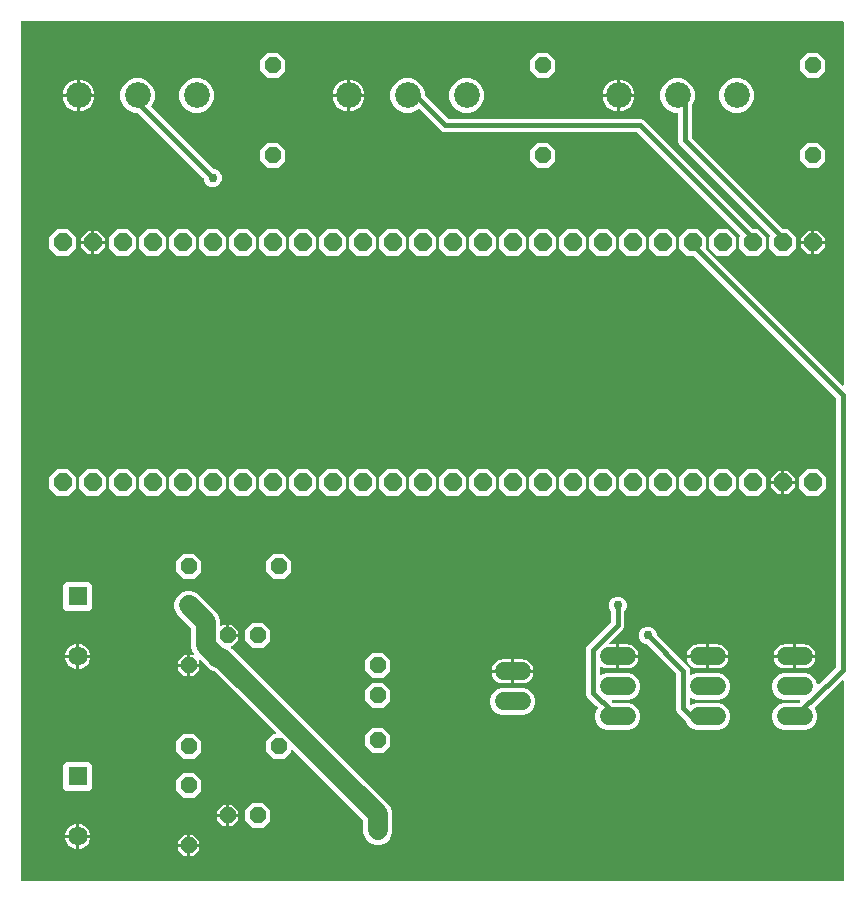
<source format=gbr>
G04 EAGLE Gerber RS-274X export*
G75*
%MOMM*%
%FSLAX34Y34*%
%LPD*%
%INBottom Copper*%
%IPPOS*%
%AMOC8*
5,1,8,0,0,1.08239X$1,22.5*%
G01*
%ADD10C,1.524000*%
%ADD11P,1.429621X8X112.500000*%
%ADD12R,1.650000X1.650000*%
%ADD13C,1.650000*%
%ADD14P,1.429621X8X292.500000*%
%ADD15C,2.184400*%
%ADD16P,1.632244X8X22.500000*%
%ADD17P,1.429621X8X202.500000*%
%ADD18P,1.429621X8X22.500000*%
%ADD19C,1.651000*%
%ADD20C,0.381000*%
%ADD21C,0.756400*%

G36*
X546120Y-322576D02*
X546120Y-322576D01*
X546139Y-322578D01*
X546241Y-322556D01*
X546343Y-322540D01*
X546360Y-322530D01*
X546380Y-322526D01*
X546469Y-322473D01*
X546560Y-322424D01*
X546574Y-322410D01*
X546591Y-322400D01*
X546658Y-322321D01*
X546730Y-322246D01*
X546738Y-322228D01*
X546751Y-322213D01*
X546790Y-322117D01*
X546833Y-322023D01*
X546835Y-322003D01*
X546843Y-321985D01*
X546861Y-321818D01*
X546861Y-152478D01*
X546850Y-152408D01*
X546848Y-152336D01*
X546830Y-152287D01*
X546822Y-152236D01*
X546788Y-152172D01*
X546763Y-152105D01*
X546731Y-152064D01*
X546706Y-152018D01*
X546655Y-151969D01*
X546610Y-151913D01*
X546566Y-151885D01*
X546528Y-151849D01*
X546463Y-151819D01*
X546403Y-151780D01*
X546352Y-151767D01*
X546305Y-151745D01*
X546234Y-151737D01*
X546164Y-151720D01*
X546112Y-151724D01*
X546061Y-151718D01*
X545990Y-151733D01*
X545919Y-151739D01*
X545871Y-151759D01*
X545820Y-151770D01*
X545759Y-151807D01*
X545693Y-151835D01*
X545637Y-151880D01*
X545609Y-151897D01*
X545594Y-151914D01*
X545562Y-151940D01*
X522472Y-175030D01*
X522460Y-175046D01*
X522445Y-175059D01*
X522389Y-175146D01*
X522328Y-175230D01*
X522323Y-175249D01*
X522312Y-175265D01*
X522286Y-175366D01*
X522256Y-175465D01*
X522257Y-175485D01*
X522252Y-175504D01*
X522260Y-175607D01*
X522262Y-175711D01*
X522269Y-175729D01*
X522271Y-175749D01*
X522311Y-175844D01*
X522347Y-175942D01*
X522359Y-175957D01*
X522367Y-175976D01*
X522472Y-176106D01*
X522770Y-176405D01*
X524511Y-180606D01*
X524511Y-185154D01*
X522770Y-189355D01*
X519555Y-192570D01*
X515354Y-194311D01*
X495566Y-194311D01*
X491365Y-192570D01*
X488150Y-189355D01*
X486409Y-185154D01*
X486409Y-180606D01*
X488150Y-176405D01*
X491365Y-173190D01*
X495566Y-171449D01*
X508492Y-171449D01*
X508582Y-171435D01*
X508673Y-171427D01*
X508703Y-171415D01*
X508735Y-171410D01*
X508816Y-171367D01*
X508899Y-171331D01*
X508932Y-171305D01*
X508952Y-171294D01*
X508974Y-171271D01*
X509030Y-171226D01*
X510046Y-170210D01*
X510088Y-170152D01*
X510138Y-170100D01*
X510160Y-170053D01*
X510190Y-170011D01*
X510211Y-169942D01*
X510241Y-169877D01*
X510247Y-169825D01*
X510262Y-169775D01*
X510261Y-169704D01*
X510268Y-169633D01*
X510257Y-169582D01*
X510256Y-169530D01*
X510231Y-169462D01*
X510216Y-169392D01*
X510189Y-169348D01*
X510172Y-169299D01*
X510127Y-169243D01*
X510090Y-169181D01*
X510050Y-169147D01*
X510018Y-169107D01*
X509958Y-169068D01*
X509903Y-169021D01*
X509855Y-169002D01*
X509811Y-168974D01*
X509741Y-168956D01*
X509675Y-168929D01*
X509604Y-168921D01*
X509572Y-168913D01*
X509549Y-168915D01*
X509508Y-168911D01*
X495566Y-168911D01*
X491365Y-167170D01*
X488150Y-163955D01*
X486409Y-159754D01*
X486409Y-155206D01*
X488150Y-151005D01*
X491365Y-147790D01*
X495566Y-146049D01*
X515354Y-146049D01*
X519555Y-147790D01*
X522770Y-151005D01*
X524549Y-155298D01*
X524573Y-155337D01*
X524589Y-155380D01*
X524637Y-155441D01*
X524678Y-155507D01*
X524714Y-155536D01*
X524742Y-155572D01*
X524808Y-155614D01*
X524868Y-155664D01*
X524911Y-155680D01*
X524949Y-155705D01*
X525025Y-155724D01*
X525097Y-155752D01*
X525143Y-155754D01*
X525188Y-155765D01*
X525265Y-155759D01*
X525343Y-155762D01*
X525387Y-155750D01*
X525433Y-155746D01*
X525505Y-155716D01*
X525579Y-155694D01*
X525617Y-155668D01*
X525659Y-155650D01*
X525766Y-155564D01*
X525781Y-155554D01*
X525784Y-155550D01*
X525790Y-155545D01*
X540161Y-141174D01*
X540204Y-141115D01*
X540248Y-141069D01*
X540255Y-141052D01*
X540274Y-141031D01*
X540286Y-141000D01*
X540305Y-140974D01*
X540331Y-140889D01*
X540351Y-140846D01*
X540352Y-140836D01*
X540366Y-140802D01*
X540370Y-140761D01*
X540377Y-140739D01*
X540376Y-140707D01*
X540384Y-140636D01*
X540384Y86217D01*
X540381Y86235D01*
X540383Y86251D01*
X540369Y86319D01*
X540362Y86398D01*
X540350Y86428D01*
X540345Y86460D01*
X540333Y86481D01*
X540331Y86492D01*
X540302Y86541D01*
X540266Y86624D01*
X540240Y86657D01*
X540229Y86677D01*
X540208Y86698D01*
X540205Y86703D01*
X540200Y86707D01*
X540161Y86755D01*
X420050Y206866D01*
X419977Y206919D01*
X419907Y206979D01*
X419877Y206991D01*
X419851Y207010D01*
X419764Y207037D01*
X419679Y207071D01*
X419638Y207075D01*
X419616Y207082D01*
X419583Y207081D01*
X419512Y207089D01*
X414398Y207089D01*
X407749Y213738D01*
X407749Y223142D01*
X414398Y229791D01*
X423802Y229791D01*
X430451Y223142D01*
X430451Y213738D01*
X430436Y213724D01*
X430424Y213708D01*
X430409Y213695D01*
X430353Y213608D01*
X430293Y213524D01*
X430287Y213505D01*
X430276Y213488D01*
X430251Y213388D01*
X430220Y213289D01*
X430221Y213269D01*
X430216Y213250D01*
X430224Y213147D01*
X430227Y213043D01*
X430233Y213024D01*
X430235Y213004D01*
X430275Y212909D01*
X430311Y212812D01*
X430323Y212796D01*
X430331Y212778D01*
X430436Y212647D01*
X545562Y97522D01*
X545620Y97480D01*
X545672Y97430D01*
X545719Y97408D01*
X545761Y97378D01*
X545830Y97357D01*
X545895Y97327D01*
X545947Y97321D01*
X545997Y97306D01*
X546068Y97308D01*
X546139Y97300D01*
X546190Y97311D01*
X546242Y97312D01*
X546310Y97337D01*
X546380Y97352D01*
X546425Y97379D01*
X546473Y97396D01*
X546529Y97441D01*
X546591Y97478D01*
X546625Y97518D01*
X546665Y97550D01*
X546704Y97610D01*
X546751Y97665D01*
X546770Y97713D01*
X546798Y97757D01*
X546816Y97827D01*
X546843Y97893D01*
X546851Y97964D01*
X546859Y97996D01*
X546857Y98019D01*
X546861Y98060D01*
X546861Y404878D01*
X546858Y404898D01*
X546860Y404917D01*
X546838Y405019D01*
X546822Y405121D01*
X546812Y405138D01*
X546808Y405158D01*
X546755Y405247D01*
X546706Y405338D01*
X546692Y405352D01*
X546682Y405369D01*
X546603Y405436D01*
X546528Y405508D01*
X546510Y405516D01*
X546495Y405529D01*
X546399Y405568D01*
X546305Y405611D01*
X546285Y405613D01*
X546267Y405621D01*
X546100Y405639D01*
X-149098Y405639D01*
X-149118Y405636D01*
X-149137Y405638D01*
X-149239Y405616D01*
X-149341Y405600D01*
X-149358Y405590D01*
X-149378Y405586D01*
X-149467Y405533D01*
X-149558Y405484D01*
X-149572Y405470D01*
X-149589Y405460D01*
X-149656Y405381D01*
X-149728Y405306D01*
X-149736Y405288D01*
X-149749Y405273D01*
X-149788Y405177D01*
X-149831Y405083D01*
X-149833Y405063D01*
X-149841Y405045D01*
X-149859Y404878D01*
X-149859Y-321818D01*
X-149856Y-321838D01*
X-149858Y-321857D01*
X-149836Y-321959D01*
X-149820Y-322061D01*
X-149810Y-322078D01*
X-149806Y-322098D01*
X-149753Y-322187D01*
X-149704Y-322278D01*
X-149690Y-322292D01*
X-149680Y-322309D01*
X-149601Y-322376D01*
X-149526Y-322448D01*
X-149508Y-322456D01*
X-149493Y-322469D01*
X-149397Y-322508D01*
X-149303Y-322551D01*
X-149283Y-322553D01*
X-149265Y-322561D01*
X-149098Y-322579D01*
X546100Y-322579D01*
X546120Y-322576D01*
G37*
%LPC*%
G36*
X150000Y-291466D02*
X150000Y-291466D01*
X145565Y-289629D01*
X142171Y-286235D01*
X140334Y-281800D01*
X140334Y-271011D01*
X140320Y-270921D01*
X140312Y-270830D01*
X140300Y-270800D01*
X140295Y-270768D01*
X140252Y-270688D01*
X140216Y-270604D01*
X140190Y-270572D01*
X140179Y-270551D01*
X140156Y-270529D01*
X140111Y-270473D01*
X80294Y-210656D01*
X80236Y-210614D01*
X80184Y-210565D01*
X80137Y-210543D01*
X80095Y-210512D01*
X80026Y-210491D01*
X79961Y-210461D01*
X79909Y-210455D01*
X79859Y-210440D01*
X79788Y-210442D01*
X79717Y-210434D01*
X79666Y-210445D01*
X79614Y-210446D01*
X79546Y-210471D01*
X79476Y-210486D01*
X79431Y-210513D01*
X79383Y-210531D01*
X79327Y-210576D01*
X79265Y-210612D01*
X79231Y-210652D01*
X79191Y-210684D01*
X79152Y-210745D01*
X79105Y-210799D01*
X79086Y-210848D01*
X79058Y-210891D01*
X79040Y-210961D01*
X79013Y-211027D01*
X79005Y-211099D01*
X78997Y-211130D01*
X78999Y-211153D01*
X78995Y-211194D01*
X78995Y-212594D01*
X72894Y-218695D01*
X64266Y-218695D01*
X58165Y-212594D01*
X58165Y-203966D01*
X64266Y-197865D01*
X65666Y-197865D01*
X65737Y-197854D01*
X65808Y-197852D01*
X65857Y-197834D01*
X65909Y-197826D01*
X65972Y-197792D01*
X66039Y-197767D01*
X66080Y-197735D01*
X66126Y-197710D01*
X66175Y-197659D01*
X66231Y-197614D01*
X66260Y-197570D01*
X66295Y-197532D01*
X66326Y-197467D01*
X66364Y-197407D01*
X66377Y-197356D01*
X66399Y-197309D01*
X66407Y-197238D01*
X66424Y-197168D01*
X66420Y-197116D01*
X66426Y-197065D01*
X66411Y-196994D01*
X66405Y-196923D01*
X66385Y-196875D01*
X66374Y-196824D01*
X66337Y-196763D01*
X66309Y-196697D01*
X66264Y-196641D01*
X66248Y-196613D01*
X66230Y-196598D01*
X66204Y-196566D01*
X14360Y-144722D01*
X14307Y-144684D01*
X14260Y-144638D01*
X14187Y-144598D01*
X14161Y-144578D01*
X14142Y-144573D01*
X14113Y-144557D01*
X10832Y-143198D01*
X7331Y-139697D01*
X2824Y-135190D01*
X2766Y-135148D01*
X2714Y-135099D01*
X2667Y-135077D01*
X2625Y-135046D01*
X2556Y-135025D01*
X2491Y-134995D01*
X2439Y-134989D01*
X2389Y-134974D01*
X2318Y-134976D01*
X2247Y-134968D01*
X2196Y-134979D01*
X2144Y-134980D01*
X2076Y-135005D01*
X2006Y-135020D01*
X1961Y-135047D01*
X1913Y-135065D01*
X1857Y-135110D01*
X1795Y-135146D01*
X1761Y-135186D01*
X1721Y-135218D01*
X1682Y-135279D01*
X1635Y-135333D01*
X1616Y-135382D01*
X1588Y-135425D01*
X1570Y-135495D01*
X1543Y-135561D01*
X1535Y-135633D01*
X1527Y-135664D01*
X1529Y-135687D01*
X1525Y-135728D01*
X1525Y-138177D01*
X-6097Y-138177D01*
X-6097Y-130555D01*
X-3648Y-130555D01*
X-3577Y-130544D01*
X-3506Y-130542D01*
X-3457Y-130524D01*
X-3405Y-130516D01*
X-3342Y-130482D01*
X-3275Y-130457D01*
X-3234Y-130425D01*
X-3188Y-130400D01*
X-3138Y-130348D01*
X-3083Y-130304D01*
X-3055Y-130260D01*
X-3019Y-130222D01*
X-2988Y-130157D01*
X-2950Y-130097D01*
X-2937Y-130046D01*
X-2915Y-129999D01*
X-2907Y-129928D01*
X-2890Y-129858D01*
X-2894Y-129806D01*
X-2888Y-129755D01*
X-2903Y-129684D01*
X-2909Y-129613D01*
X-2929Y-129565D01*
X-2940Y-129514D01*
X-2977Y-129453D01*
X-3005Y-129387D01*
X-3050Y-129331D01*
X-3066Y-129303D01*
X-3084Y-129288D01*
X-3110Y-129256D01*
X-3498Y-128868D01*
X-5335Y-124433D01*
X-5335Y-108564D01*
X-5349Y-108474D01*
X-5357Y-108383D01*
X-5369Y-108353D01*
X-5374Y-108321D01*
X-5417Y-108241D01*
X-5453Y-108157D01*
X-5479Y-108125D01*
X-5490Y-108104D01*
X-5513Y-108082D01*
X-5558Y-108026D01*
X-17849Y-95735D01*
X-19686Y-91300D01*
X-19686Y-86500D01*
X-17849Y-82065D01*
X-14455Y-78671D01*
X-10020Y-76834D01*
X-5220Y-76834D01*
X-785Y-78671D01*
X13459Y-92915D01*
X16960Y-96416D01*
X18797Y-100851D01*
X18797Y-106133D01*
X18808Y-106204D01*
X18810Y-106275D01*
X18828Y-106324D01*
X18836Y-106376D01*
X18870Y-106439D01*
X18895Y-106506D01*
X18927Y-106547D01*
X18952Y-106593D01*
X19004Y-106642D01*
X19048Y-106698D01*
X19092Y-106727D01*
X19130Y-106762D01*
X19195Y-106793D01*
X19255Y-106831D01*
X19306Y-106844D01*
X19353Y-106866D01*
X19424Y-106874D01*
X19494Y-106891D01*
X19546Y-106887D01*
X19597Y-106893D01*
X19668Y-106878D01*
X19739Y-106872D01*
X19787Y-106852D01*
X19838Y-106841D01*
X19899Y-106804D01*
X19965Y-106776D01*
X20021Y-106731D01*
X20049Y-106715D01*
X20064Y-106697D01*
X20096Y-106671D01*
X21612Y-105155D01*
X23877Y-105155D01*
X23877Y-113538D01*
X23880Y-113558D01*
X23878Y-113577D01*
X23900Y-113679D01*
X23917Y-113781D01*
X23926Y-113798D01*
X23930Y-113818D01*
X23983Y-113907D01*
X24032Y-113998D01*
X24046Y-114012D01*
X24056Y-114029D01*
X24135Y-114096D01*
X24210Y-114167D01*
X24228Y-114176D01*
X24243Y-114189D01*
X24339Y-114227D01*
X24433Y-114271D01*
X24453Y-114273D01*
X24471Y-114281D01*
X24638Y-114299D01*
X25401Y-114299D01*
X25401Y-115062D01*
X25404Y-115082D01*
X25402Y-115101D01*
X25424Y-115203D01*
X25441Y-115305D01*
X25450Y-115322D01*
X25454Y-115342D01*
X25507Y-115431D01*
X25556Y-115522D01*
X25570Y-115536D01*
X25580Y-115553D01*
X25659Y-115620D01*
X25734Y-115691D01*
X25752Y-115700D01*
X25767Y-115713D01*
X25863Y-115752D01*
X25957Y-115795D01*
X25977Y-115797D01*
X25995Y-115805D01*
X26162Y-115823D01*
X34545Y-115823D01*
X34545Y-118088D01*
X29188Y-123445D01*
X29048Y-123445D01*
X28977Y-123456D01*
X28906Y-123458D01*
X28857Y-123476D01*
X28805Y-123484D01*
X28742Y-123518D01*
X28675Y-123543D01*
X28634Y-123575D01*
X28588Y-123600D01*
X28539Y-123652D01*
X28483Y-123696D01*
X28454Y-123740D01*
X28419Y-123778D01*
X28388Y-123843D01*
X28350Y-123903D01*
X28337Y-123954D01*
X28315Y-124001D01*
X28307Y-124072D01*
X28290Y-124142D01*
X28294Y-124194D01*
X28288Y-124245D01*
X28303Y-124316D01*
X28309Y-124387D01*
X28329Y-124435D01*
X28340Y-124486D01*
X28377Y-124547D01*
X28405Y-124613D01*
X28450Y-124669D01*
X28466Y-124697D01*
X28484Y-124712D01*
X28510Y-124744D01*
X159128Y-255362D01*
X162629Y-258863D01*
X164466Y-263298D01*
X164466Y-281800D01*
X162629Y-286235D01*
X159235Y-289629D01*
X154800Y-291466D01*
X150000Y-291466D01*
G37*
%LPD*%
%LPC*%
G36*
X465198Y207089D02*
X465198Y207089D01*
X458549Y213738D01*
X458549Y223142D01*
X459199Y223791D01*
X459211Y223807D01*
X459226Y223820D01*
X459282Y223907D01*
X459342Y223991D01*
X459348Y224010D01*
X459359Y224027D01*
X459384Y224127D01*
X459415Y224226D01*
X459414Y224246D01*
X459419Y224265D01*
X459411Y224368D01*
X459408Y224472D01*
X459402Y224491D01*
X459400Y224511D01*
X459360Y224605D01*
X459324Y224703D01*
X459311Y224719D01*
X459304Y224737D01*
X459199Y224868D01*
X372505Y311561D01*
X372431Y311614D01*
X372362Y311674D01*
X372332Y311686D01*
X372306Y311705D01*
X372219Y311732D01*
X372134Y311766D01*
X372093Y311770D01*
X372071Y311777D01*
X372038Y311776D01*
X371967Y311784D01*
X208413Y311784D01*
X206312Y312654D01*
X187889Y331077D01*
X187873Y331089D01*
X187861Y331105D01*
X187773Y331161D01*
X187690Y331221D01*
X187671Y331227D01*
X187654Y331238D01*
X187553Y331263D01*
X187454Y331293D01*
X187435Y331293D01*
X187415Y331298D01*
X187312Y331290D01*
X187209Y331287D01*
X187190Y331280D01*
X187170Y331279D01*
X187075Y331238D01*
X186978Y331203D01*
X186962Y331190D01*
X186944Y331182D01*
X186813Y331077D01*
X186145Y330410D01*
X180731Y328167D01*
X174869Y328167D01*
X169455Y330410D01*
X165310Y334555D01*
X163067Y339969D01*
X163067Y345831D01*
X165310Y351245D01*
X169455Y355390D01*
X174869Y357633D01*
X180731Y357633D01*
X186145Y355390D01*
X190290Y351245D01*
X192533Y345831D01*
X192533Y342916D01*
X192547Y342826D01*
X192555Y342735D01*
X192567Y342705D01*
X192572Y342673D01*
X192615Y342592D01*
X192651Y342509D01*
X192677Y342476D01*
X192688Y342456D01*
X192711Y342434D01*
X192756Y342378D01*
X211695Y323439D01*
X211769Y323386D01*
X211838Y323326D01*
X211868Y323314D01*
X211894Y323295D01*
X211981Y323268D01*
X212066Y323234D01*
X212107Y323230D01*
X212129Y323223D01*
X212162Y323224D01*
X212233Y323216D01*
X375787Y323216D01*
X377888Y322346D01*
X470220Y230014D01*
X470294Y229961D01*
X470363Y229901D01*
X470393Y229889D01*
X470419Y229870D01*
X470506Y229843D01*
X470591Y229809D01*
X470632Y229805D01*
X470654Y229798D01*
X470687Y229799D01*
X470758Y229791D01*
X474602Y229791D01*
X481251Y223142D01*
X481251Y213738D01*
X474602Y207089D01*
X465198Y207089D01*
G37*
%LPD*%
%LPC*%
G36*
X345706Y-194311D02*
X345706Y-194311D01*
X341505Y-192570D01*
X338290Y-189355D01*
X336549Y-185154D01*
X336549Y-180606D01*
X338290Y-176405D01*
X338588Y-176106D01*
X338600Y-176090D01*
X338615Y-176078D01*
X338671Y-175991D01*
X338732Y-175907D01*
X338737Y-175888D01*
X338748Y-175871D01*
X338774Y-175771D01*
X338804Y-175672D01*
X338803Y-175652D01*
X338808Y-175632D01*
X338800Y-175529D01*
X338798Y-175426D01*
X338791Y-175407D01*
X338789Y-175387D01*
X338749Y-175292D01*
X338713Y-175195D01*
X338701Y-175179D01*
X338693Y-175161D01*
X338588Y-175030D01*
X337504Y-173946D01*
X329799Y-166241D01*
X328929Y-164140D01*
X328929Y-125420D01*
X329799Y-123319D01*
X349661Y-103457D01*
X349714Y-103383D01*
X349774Y-103313D01*
X349786Y-103283D01*
X349805Y-103257D01*
X349832Y-103170D01*
X349866Y-103085D01*
X349870Y-103044D01*
X349877Y-103022D01*
X349876Y-102990D01*
X349884Y-102919D01*
X349884Y-94237D01*
X349870Y-94147D01*
X349862Y-94056D01*
X349850Y-94027D01*
X349845Y-93995D01*
X349802Y-93914D01*
X349766Y-93830D01*
X349740Y-93798D01*
X349729Y-93777D01*
X349706Y-93755D01*
X349661Y-93699D01*
X349163Y-93201D01*
X348007Y-90410D01*
X348007Y-87390D01*
X349163Y-84599D01*
X351299Y-82463D01*
X354090Y-81307D01*
X357110Y-81307D01*
X359901Y-82463D01*
X362037Y-84599D01*
X363193Y-87390D01*
X363193Y-90410D01*
X362037Y-93201D01*
X361539Y-93699D01*
X361492Y-93764D01*
X361481Y-93776D01*
X361478Y-93782D01*
X361426Y-93842D01*
X361414Y-93873D01*
X361395Y-93899D01*
X361368Y-93986D01*
X361334Y-94071D01*
X361330Y-94112D01*
X361323Y-94134D01*
X361324Y-94166D01*
X361316Y-94237D01*
X361316Y-106738D01*
X360446Y-108839D01*
X348665Y-120620D01*
X348623Y-120678D01*
X348574Y-120730D01*
X348552Y-120777D01*
X348521Y-120819D01*
X348500Y-120888D01*
X348470Y-120953D01*
X348464Y-121005D01*
X348449Y-121055D01*
X348451Y-121126D01*
X348443Y-121197D01*
X348454Y-121248D01*
X348455Y-121300D01*
X348480Y-121368D01*
X348495Y-121438D01*
X348522Y-121483D01*
X348540Y-121531D01*
X348585Y-121587D01*
X348621Y-121649D01*
X348661Y-121683D01*
X348694Y-121723D01*
X348754Y-121762D01*
X348808Y-121809D01*
X348857Y-121828D01*
X348900Y-121856D01*
X348970Y-121874D01*
X349037Y-121901D01*
X349108Y-121909D01*
X349139Y-121917D01*
X349162Y-121915D01*
X349203Y-121919D01*
X354077Y-121919D01*
X354077Y-131318D01*
X354080Y-131338D01*
X354078Y-131357D01*
X354100Y-131459D01*
X354117Y-131561D01*
X354126Y-131578D01*
X354130Y-131598D01*
X354183Y-131687D01*
X354232Y-131778D01*
X354246Y-131792D01*
X354256Y-131809D01*
X354335Y-131876D01*
X354410Y-131947D01*
X354428Y-131956D01*
X354443Y-131969D01*
X354539Y-132007D01*
X354633Y-132051D01*
X354653Y-132053D01*
X354671Y-132061D01*
X354838Y-132079D01*
X355601Y-132079D01*
X355601Y-132081D01*
X354838Y-132081D01*
X354818Y-132084D01*
X354799Y-132082D01*
X354697Y-132104D01*
X354595Y-132121D01*
X354578Y-132130D01*
X354558Y-132134D01*
X354469Y-132187D01*
X354378Y-132236D01*
X354364Y-132250D01*
X354347Y-132260D01*
X354280Y-132339D01*
X354209Y-132414D01*
X354200Y-132432D01*
X354187Y-132447D01*
X354148Y-132543D01*
X354105Y-132637D01*
X354103Y-132657D01*
X354095Y-132675D01*
X354077Y-132842D01*
X354077Y-142241D01*
X347180Y-142241D01*
X345601Y-141991D01*
X344080Y-141496D01*
X342655Y-140770D01*
X341569Y-139982D01*
X341559Y-139976D01*
X341550Y-139968D01*
X341449Y-139921D01*
X341350Y-139871D01*
X341338Y-139870D01*
X341327Y-139865D01*
X341216Y-139852D01*
X341106Y-139837D01*
X341094Y-139839D01*
X341083Y-139837D01*
X340974Y-139861D01*
X340864Y-139881D01*
X340854Y-139887D01*
X340842Y-139890D01*
X340746Y-139947D01*
X340649Y-140001D01*
X340641Y-140010D01*
X340631Y-140016D01*
X340559Y-140101D01*
X340484Y-140183D01*
X340479Y-140194D01*
X340471Y-140203D01*
X340429Y-140306D01*
X340385Y-140408D01*
X340384Y-140420D01*
X340379Y-140431D01*
X340361Y-140598D01*
X340361Y-147124D01*
X340368Y-147169D01*
X340366Y-147215D01*
X340388Y-147290D01*
X340400Y-147367D01*
X340422Y-147407D01*
X340435Y-147452D01*
X340479Y-147516D01*
X340516Y-147584D01*
X340549Y-147616D01*
X340575Y-147654D01*
X340638Y-147700D01*
X340694Y-147754D01*
X340736Y-147773D01*
X340772Y-147800D01*
X340846Y-147825D01*
X340917Y-147857D01*
X340963Y-147862D01*
X341006Y-147877D01*
X341084Y-147876D01*
X341161Y-147884D01*
X341206Y-147875D01*
X341252Y-147874D01*
X341384Y-147836D01*
X341402Y-147832D01*
X341406Y-147830D01*
X341413Y-147828D01*
X345706Y-146049D01*
X365494Y-146049D01*
X369695Y-147790D01*
X372910Y-151005D01*
X374651Y-155206D01*
X374651Y-159754D01*
X372910Y-163955D01*
X369695Y-167170D01*
X365494Y-168911D01*
X351552Y-168911D01*
X351481Y-168922D01*
X351409Y-168924D01*
X351360Y-168942D01*
X351309Y-168950D01*
X351246Y-168984D01*
X351178Y-169009D01*
X351138Y-169041D01*
X351092Y-169066D01*
X351042Y-169118D01*
X350986Y-169162D01*
X350958Y-169206D01*
X350922Y-169244D01*
X350892Y-169309D01*
X350853Y-169369D01*
X350841Y-169420D01*
X350819Y-169467D01*
X350811Y-169538D01*
X350793Y-169608D01*
X350797Y-169660D01*
X350792Y-169711D01*
X350807Y-169782D01*
X350812Y-169853D01*
X350833Y-169901D01*
X350844Y-169952D01*
X350881Y-170013D01*
X350909Y-170079D01*
X350954Y-170135D01*
X350970Y-170163D01*
X350988Y-170178D01*
X351014Y-170210D01*
X352030Y-171226D01*
X352104Y-171279D01*
X352173Y-171339D01*
X352203Y-171351D01*
X352229Y-171370D01*
X352316Y-171397D01*
X352401Y-171431D01*
X352442Y-171435D01*
X352464Y-171442D01*
X352497Y-171441D01*
X352568Y-171449D01*
X365494Y-171449D01*
X369695Y-173190D01*
X372910Y-176405D01*
X374651Y-180606D01*
X374651Y-185154D01*
X372910Y-189355D01*
X369695Y-192570D01*
X365494Y-194311D01*
X345706Y-194311D01*
G37*
%LPD*%
%LPC*%
G36*
X490598Y207089D02*
X490598Y207089D01*
X483949Y213738D01*
X483949Y223142D01*
X484599Y223791D01*
X484611Y223807D01*
X484626Y223820D01*
X484682Y223907D01*
X484742Y223991D01*
X484748Y224010D01*
X484759Y224027D01*
X484784Y224127D01*
X484815Y224226D01*
X484814Y224246D01*
X484819Y224265D01*
X484811Y224368D01*
X484808Y224472D01*
X484802Y224491D01*
X484800Y224511D01*
X484760Y224605D01*
X484724Y224703D01*
X484711Y224719D01*
X484704Y224737D01*
X484599Y224868D01*
X407904Y301562D01*
X407034Y303663D01*
X407034Y327406D01*
X407031Y327426D01*
X407033Y327445D01*
X407011Y327547D01*
X406995Y327649D01*
X406985Y327666D01*
X406981Y327686D01*
X406928Y327775D01*
X406879Y327866D01*
X406865Y327880D01*
X406855Y327897D01*
X406776Y327964D01*
X406701Y328036D01*
X406683Y328044D01*
X406668Y328057D01*
X406572Y328096D01*
X406478Y328139D01*
X406458Y328141D01*
X406440Y328149D01*
X406273Y328167D01*
X403469Y328167D01*
X398055Y330410D01*
X393910Y334555D01*
X391667Y339969D01*
X391667Y345831D01*
X393910Y351245D01*
X398055Y355390D01*
X403469Y357633D01*
X409331Y357633D01*
X414745Y355390D01*
X418890Y351245D01*
X421133Y345831D01*
X421133Y339969D01*
X418890Y334555D01*
X418689Y334353D01*
X418636Y334280D01*
X418576Y334210D01*
X418564Y334180D01*
X418545Y334154D01*
X418518Y334067D01*
X418484Y333982D01*
X418480Y333941D01*
X418473Y333919D01*
X418474Y333886D01*
X418466Y333815D01*
X418466Y307483D01*
X418480Y307393D01*
X418488Y307302D01*
X418500Y307272D01*
X418505Y307240D01*
X418548Y307159D01*
X418584Y307076D01*
X418610Y307043D01*
X418621Y307023D01*
X418644Y307001D01*
X418689Y306945D01*
X495620Y230014D01*
X495694Y229961D01*
X495763Y229901D01*
X495793Y229889D01*
X495819Y229870D01*
X495906Y229843D01*
X495991Y229809D01*
X496032Y229805D01*
X496054Y229798D01*
X496087Y229799D01*
X496158Y229791D01*
X500002Y229791D01*
X506651Y223142D01*
X506651Y213738D01*
X500002Y207089D01*
X490598Y207089D01*
G37*
%LPD*%
%LPC*%
G36*
X421906Y-194311D02*
X421906Y-194311D01*
X417705Y-192570D01*
X414490Y-189355D01*
X413323Y-186538D01*
X413288Y-186482D01*
X413262Y-186422D01*
X413211Y-186357D01*
X413193Y-186329D01*
X413178Y-186316D01*
X413158Y-186291D01*
X405999Y-179133D01*
X405129Y-177032D01*
X405129Y-146828D01*
X405115Y-146738D01*
X405107Y-146647D01*
X405095Y-146617D01*
X405090Y-146585D01*
X405047Y-146504D01*
X405011Y-146421D01*
X404985Y-146388D01*
X404974Y-146368D01*
X404951Y-146346D01*
X404906Y-146290D01*
X380732Y-122116D01*
X380658Y-122063D01*
X380589Y-122003D01*
X380559Y-121991D01*
X380533Y-121972D01*
X380446Y-121945D01*
X380361Y-121911D01*
X380320Y-121907D01*
X380298Y-121900D01*
X380265Y-121901D01*
X380194Y-121893D01*
X379490Y-121893D01*
X376699Y-120737D01*
X374563Y-118601D01*
X373407Y-115810D01*
X373407Y-112790D01*
X374563Y-109999D01*
X376699Y-107863D01*
X379490Y-106707D01*
X382510Y-106707D01*
X385301Y-107863D01*
X387437Y-109999D01*
X388593Y-112790D01*
X388593Y-113494D01*
X388607Y-113584D01*
X388615Y-113675D01*
X388627Y-113705D01*
X388632Y-113737D01*
X388675Y-113818D01*
X388711Y-113901D01*
X388737Y-113934D01*
X388748Y-113954D01*
X388771Y-113976D01*
X388816Y-114032D01*
X415691Y-140907D01*
X416561Y-143008D01*
X416561Y-147124D01*
X416568Y-147169D01*
X416566Y-147215D01*
X416588Y-147290D01*
X416600Y-147367D01*
X416622Y-147407D01*
X416635Y-147452D01*
X416679Y-147516D01*
X416716Y-147584D01*
X416749Y-147616D01*
X416775Y-147654D01*
X416838Y-147700D01*
X416894Y-147754D01*
X416936Y-147773D01*
X416972Y-147800D01*
X417046Y-147825D01*
X417117Y-147857D01*
X417163Y-147862D01*
X417206Y-147877D01*
X417284Y-147876D01*
X417361Y-147884D01*
X417406Y-147875D01*
X417452Y-147874D01*
X417584Y-147836D01*
X417602Y-147832D01*
X417606Y-147830D01*
X417613Y-147828D01*
X421906Y-146049D01*
X441694Y-146049D01*
X445895Y-147790D01*
X449110Y-151005D01*
X450851Y-155206D01*
X450851Y-159754D01*
X449110Y-163955D01*
X445895Y-167170D01*
X441694Y-168911D01*
X421906Y-168911D01*
X417613Y-167132D01*
X417569Y-167122D01*
X417527Y-167103D01*
X417450Y-167094D01*
X417374Y-167076D01*
X417328Y-167081D01*
X417283Y-167076D01*
X417206Y-167092D01*
X417129Y-167099D01*
X417087Y-167118D01*
X417042Y-167128D01*
X416975Y-167168D01*
X416904Y-167199D01*
X416870Y-167230D01*
X416831Y-167254D01*
X416780Y-167313D01*
X416723Y-167366D01*
X416701Y-167406D01*
X416671Y-167441D01*
X416642Y-167513D01*
X416605Y-167581D01*
X416596Y-167626D01*
X416579Y-167669D01*
X416564Y-167805D01*
X416561Y-167823D01*
X416562Y-167828D01*
X416561Y-167836D01*
X416561Y-172524D01*
X416568Y-172569D01*
X416566Y-172615D01*
X416588Y-172690D01*
X416600Y-172767D01*
X416622Y-172807D01*
X416635Y-172852D01*
X416679Y-172916D01*
X416716Y-172984D01*
X416749Y-173016D01*
X416775Y-173054D01*
X416838Y-173100D01*
X416894Y-173154D01*
X416936Y-173173D01*
X416972Y-173200D01*
X417046Y-173225D01*
X417117Y-173257D01*
X417163Y-173262D01*
X417206Y-173277D01*
X417284Y-173276D01*
X417361Y-173284D01*
X417406Y-173275D01*
X417452Y-173274D01*
X417584Y-173236D01*
X417602Y-173232D01*
X417606Y-173230D01*
X417613Y-173228D01*
X421906Y-171449D01*
X441694Y-171449D01*
X445895Y-173190D01*
X449110Y-176405D01*
X450851Y-180606D01*
X450851Y-185154D01*
X449110Y-189355D01*
X445895Y-192570D01*
X441694Y-194311D01*
X421906Y-194311D01*
G37*
%LPD*%
%LPC*%
G36*
X11190Y265457D02*
X11190Y265457D01*
X8399Y266613D01*
X6263Y268749D01*
X5107Y271540D01*
X5107Y272244D01*
X5093Y272334D01*
X5085Y272425D01*
X5073Y272455D01*
X5068Y272487D01*
X5025Y272568D01*
X4989Y272651D01*
X4963Y272684D01*
X4952Y272704D01*
X4929Y272726D01*
X4884Y272782D01*
X-50278Y327944D01*
X-50352Y327997D01*
X-50421Y328057D01*
X-50451Y328069D01*
X-50477Y328088D01*
X-50564Y328115D01*
X-50649Y328149D01*
X-50690Y328153D01*
X-50712Y328160D01*
X-50745Y328159D01*
X-50816Y328167D01*
X-53731Y328167D01*
X-59145Y330410D01*
X-63290Y334555D01*
X-65533Y339969D01*
X-65533Y345831D01*
X-63290Y351245D01*
X-59145Y355390D01*
X-53731Y357633D01*
X-47869Y357633D01*
X-42455Y355390D01*
X-38310Y351245D01*
X-36067Y345831D01*
X-36067Y339969D01*
X-38310Y334555D01*
X-38977Y333887D01*
X-38989Y333871D01*
X-39005Y333859D01*
X-39061Y333771D01*
X-39121Y333688D01*
X-39127Y333669D01*
X-39138Y333652D01*
X-39163Y333551D01*
X-39193Y333452D01*
X-39193Y333433D01*
X-39198Y333413D01*
X-39190Y333310D01*
X-39187Y333207D01*
X-39180Y333188D01*
X-39179Y333168D01*
X-39138Y333073D01*
X-39103Y332976D01*
X-39090Y332960D01*
X-39082Y332942D01*
X-38977Y332811D01*
X12968Y280866D01*
X13042Y280813D01*
X13111Y280753D01*
X13141Y280741D01*
X13167Y280722D01*
X13254Y280695D01*
X13339Y280661D01*
X13380Y280657D01*
X13402Y280650D01*
X13435Y280651D01*
X13506Y280643D01*
X14210Y280643D01*
X17001Y279487D01*
X19137Y277351D01*
X20293Y274560D01*
X20293Y271540D01*
X19137Y268749D01*
X17001Y266613D01*
X14210Y265457D01*
X11190Y265457D01*
G37*
%LPD*%
%LPC*%
G36*
X256806Y-181611D02*
X256806Y-181611D01*
X252605Y-179870D01*
X249390Y-176655D01*
X247649Y-172454D01*
X247649Y-167906D01*
X249390Y-163705D01*
X252605Y-160490D01*
X256806Y-158749D01*
X276594Y-158749D01*
X280795Y-160490D01*
X284010Y-163705D01*
X285751Y-167906D01*
X285751Y-172454D01*
X284010Y-176655D01*
X280795Y-179870D01*
X276594Y-181611D01*
X256806Y-181611D01*
G37*
%LPD*%
%LPC*%
G36*
X224869Y328167D02*
X224869Y328167D01*
X219455Y330410D01*
X215310Y334555D01*
X213067Y339969D01*
X213067Y345831D01*
X215310Y351245D01*
X219455Y355390D01*
X224869Y357633D01*
X230731Y357633D01*
X236145Y355390D01*
X240290Y351245D01*
X242533Y345831D01*
X242533Y339969D01*
X240290Y334555D01*
X236145Y330410D01*
X230731Y328167D01*
X224869Y328167D01*
G37*
%LPD*%
%LPC*%
G36*
X453469Y328167D02*
X453469Y328167D01*
X448055Y330410D01*
X443910Y334555D01*
X441667Y339969D01*
X441667Y345831D01*
X443910Y351245D01*
X448055Y355390D01*
X453469Y357633D01*
X459331Y357633D01*
X464745Y355390D01*
X468890Y351245D01*
X471133Y345831D01*
X471133Y339969D01*
X468890Y334555D01*
X464745Y330410D01*
X459331Y328167D01*
X453469Y328167D01*
G37*
%LPD*%
%LPC*%
G36*
X-3731Y328167D02*
X-3731Y328167D01*
X-9145Y330410D01*
X-13290Y334555D01*
X-15533Y339969D01*
X-15533Y345831D01*
X-13290Y351245D01*
X-9145Y355390D01*
X-3731Y357633D01*
X2131Y357633D01*
X7545Y355390D01*
X11690Y351245D01*
X13933Y345831D01*
X13933Y339969D01*
X11690Y334555D01*
X7545Y330410D01*
X2131Y328167D01*
X-3731Y328167D01*
G37*
%LPD*%
%LPC*%
G36*
X-111428Y-93341D02*
X-111428Y-93341D01*
X-113661Y-91108D01*
X-113661Y-71452D01*
X-111428Y-69219D01*
X-91772Y-69219D01*
X-89539Y-71452D01*
X-89539Y-91108D01*
X-91772Y-93341D01*
X-111428Y-93341D01*
G37*
%LPD*%
%LPC*%
G36*
X-111428Y-245741D02*
X-111428Y-245741D01*
X-113661Y-243508D01*
X-113661Y-223852D01*
X-111428Y-221619D01*
X-91772Y-221619D01*
X-89539Y-223852D01*
X-89539Y-243508D01*
X-91772Y-245741D01*
X-111428Y-245741D01*
G37*
%LPD*%
%LPC*%
G36*
X160398Y3889D02*
X160398Y3889D01*
X153749Y10538D01*
X153749Y19942D01*
X160398Y26591D01*
X169802Y26591D01*
X176451Y19942D01*
X176451Y10538D01*
X169802Y3889D01*
X160398Y3889D01*
G37*
%LPD*%
%LPC*%
G36*
X134998Y3889D02*
X134998Y3889D01*
X128349Y10538D01*
X128349Y19942D01*
X134998Y26591D01*
X144402Y26591D01*
X151051Y19942D01*
X151051Y10538D01*
X144402Y3889D01*
X134998Y3889D01*
G37*
%LPD*%
%LPC*%
G36*
X109598Y3889D02*
X109598Y3889D01*
X102949Y10538D01*
X102949Y19942D01*
X109598Y26591D01*
X119002Y26591D01*
X125651Y19942D01*
X125651Y10538D01*
X119002Y3889D01*
X109598Y3889D01*
G37*
%LPD*%
%LPC*%
G36*
X84198Y3889D02*
X84198Y3889D01*
X77549Y10538D01*
X77549Y19942D01*
X84198Y26591D01*
X93602Y26591D01*
X100251Y19942D01*
X100251Y10538D01*
X93602Y3889D01*
X84198Y3889D01*
G37*
%LPD*%
%LPC*%
G36*
X58798Y3889D02*
X58798Y3889D01*
X52149Y10538D01*
X52149Y19942D01*
X58798Y26591D01*
X68202Y26591D01*
X74851Y19942D01*
X74851Y10538D01*
X68202Y3889D01*
X58798Y3889D01*
G37*
%LPD*%
%LPC*%
G36*
X33398Y3889D02*
X33398Y3889D01*
X26749Y10538D01*
X26749Y19942D01*
X33398Y26591D01*
X42802Y26591D01*
X49451Y19942D01*
X49451Y10538D01*
X42802Y3889D01*
X33398Y3889D01*
G37*
%LPD*%
%LPC*%
G36*
X7998Y3889D02*
X7998Y3889D01*
X1349Y10538D01*
X1349Y19942D01*
X7998Y26591D01*
X17402Y26591D01*
X24051Y19942D01*
X24051Y10538D01*
X17402Y3889D01*
X7998Y3889D01*
G37*
%LPD*%
%LPC*%
G36*
X-17402Y3889D02*
X-17402Y3889D01*
X-24051Y10538D01*
X-24051Y19942D01*
X-17402Y26591D01*
X-7998Y26591D01*
X-1349Y19942D01*
X-1349Y10538D01*
X-7998Y3889D01*
X-17402Y3889D01*
G37*
%LPD*%
%LPC*%
G36*
X-42802Y3889D02*
X-42802Y3889D01*
X-49451Y10538D01*
X-49451Y19942D01*
X-42802Y26591D01*
X-33398Y26591D01*
X-26749Y19942D01*
X-26749Y10538D01*
X-33398Y3889D01*
X-42802Y3889D01*
G37*
%LPD*%
%LPC*%
G36*
X-68202Y3889D02*
X-68202Y3889D01*
X-74851Y10538D01*
X-74851Y19942D01*
X-68202Y26591D01*
X-58798Y26591D01*
X-52149Y19942D01*
X-52149Y10538D01*
X-58798Y3889D01*
X-68202Y3889D01*
G37*
%LPD*%
%LPC*%
G36*
X-93602Y3889D02*
X-93602Y3889D01*
X-100251Y10538D01*
X-100251Y19942D01*
X-93602Y26591D01*
X-84198Y26591D01*
X-77549Y19942D01*
X-77549Y10538D01*
X-84198Y3889D01*
X-93602Y3889D01*
G37*
%LPD*%
%LPC*%
G36*
X388998Y207089D02*
X388998Y207089D01*
X382349Y213738D01*
X382349Y223142D01*
X388998Y229791D01*
X398402Y229791D01*
X405051Y223142D01*
X405051Y213738D01*
X398402Y207089D01*
X388998Y207089D01*
G37*
%LPD*%
%LPC*%
G36*
X-119002Y3889D02*
X-119002Y3889D01*
X-125651Y10538D01*
X-125651Y19942D01*
X-119002Y26591D01*
X-109598Y26591D01*
X-102949Y19942D01*
X-102949Y10538D01*
X-109598Y3889D01*
X-119002Y3889D01*
G37*
%LPD*%
%LPC*%
G36*
X515998Y3889D02*
X515998Y3889D01*
X509349Y10538D01*
X509349Y19942D01*
X515998Y26591D01*
X525402Y26591D01*
X532051Y19942D01*
X532051Y10538D01*
X525402Y3889D01*
X515998Y3889D01*
G37*
%LPD*%
%LPC*%
G36*
X465198Y3889D02*
X465198Y3889D01*
X458549Y10538D01*
X458549Y19942D01*
X465198Y26591D01*
X474602Y26591D01*
X481251Y19942D01*
X481251Y10538D01*
X474602Y3889D01*
X465198Y3889D01*
G37*
%LPD*%
%LPC*%
G36*
X439798Y3889D02*
X439798Y3889D01*
X433149Y10538D01*
X433149Y19942D01*
X439798Y26591D01*
X449202Y26591D01*
X455851Y19942D01*
X455851Y10538D01*
X449202Y3889D01*
X439798Y3889D01*
G37*
%LPD*%
%LPC*%
G36*
X414398Y3889D02*
X414398Y3889D01*
X407749Y10538D01*
X407749Y19942D01*
X414398Y26591D01*
X423802Y26591D01*
X430451Y19942D01*
X430451Y10538D01*
X423802Y3889D01*
X414398Y3889D01*
G37*
%LPD*%
%LPC*%
G36*
X388998Y3889D02*
X388998Y3889D01*
X382349Y10538D01*
X382349Y19942D01*
X388998Y26591D01*
X398402Y26591D01*
X405051Y19942D01*
X405051Y10538D01*
X398402Y3889D01*
X388998Y3889D01*
G37*
%LPD*%
%LPC*%
G36*
X363598Y3889D02*
X363598Y3889D01*
X356949Y10538D01*
X356949Y19942D01*
X363598Y26591D01*
X373002Y26591D01*
X379651Y19942D01*
X379651Y10538D01*
X373002Y3889D01*
X363598Y3889D01*
G37*
%LPD*%
%LPC*%
G36*
X338198Y3889D02*
X338198Y3889D01*
X331549Y10538D01*
X331549Y19942D01*
X338198Y26591D01*
X347602Y26591D01*
X354251Y19942D01*
X354251Y10538D01*
X347602Y3889D01*
X338198Y3889D01*
G37*
%LPD*%
%LPC*%
G36*
X312798Y3889D02*
X312798Y3889D01*
X306149Y10538D01*
X306149Y19942D01*
X312798Y26591D01*
X322202Y26591D01*
X328851Y19942D01*
X328851Y10538D01*
X322202Y3889D01*
X312798Y3889D01*
G37*
%LPD*%
%LPC*%
G36*
X185798Y207089D02*
X185798Y207089D01*
X179149Y213738D01*
X179149Y223142D01*
X185798Y229791D01*
X195202Y229791D01*
X201851Y223142D01*
X201851Y213738D01*
X195202Y207089D01*
X185798Y207089D01*
G37*
%LPD*%
%LPC*%
G36*
X236598Y207089D02*
X236598Y207089D01*
X229949Y213738D01*
X229949Y223142D01*
X236598Y229791D01*
X246002Y229791D01*
X252651Y223142D01*
X252651Y213738D01*
X246002Y207089D01*
X236598Y207089D01*
G37*
%LPD*%
%LPC*%
G36*
X261998Y207089D02*
X261998Y207089D01*
X255349Y213738D01*
X255349Y223142D01*
X261998Y229791D01*
X271402Y229791D01*
X278051Y223142D01*
X278051Y213738D01*
X271402Y207089D01*
X261998Y207089D01*
G37*
%LPD*%
%LPC*%
G36*
X287398Y207089D02*
X287398Y207089D01*
X280749Y213738D01*
X280749Y223142D01*
X287398Y229791D01*
X296802Y229791D01*
X303451Y223142D01*
X303451Y213738D01*
X296802Y207089D01*
X287398Y207089D01*
G37*
%LPD*%
%LPC*%
G36*
X312798Y207089D02*
X312798Y207089D01*
X306149Y213738D01*
X306149Y223142D01*
X312798Y229791D01*
X322202Y229791D01*
X328851Y223142D01*
X328851Y213738D01*
X322202Y207089D01*
X312798Y207089D01*
G37*
%LPD*%
%LPC*%
G36*
X338198Y207089D02*
X338198Y207089D01*
X331549Y213738D01*
X331549Y223142D01*
X338198Y229791D01*
X347602Y229791D01*
X354251Y223142D01*
X354251Y213738D01*
X347602Y207089D01*
X338198Y207089D01*
G37*
%LPD*%
%LPC*%
G36*
X363598Y207089D02*
X363598Y207089D01*
X356949Y213738D01*
X356949Y223142D01*
X363598Y229791D01*
X373002Y229791D01*
X379651Y223142D01*
X379651Y213738D01*
X373002Y207089D01*
X363598Y207089D01*
G37*
%LPD*%
%LPC*%
G36*
X211198Y207089D02*
X211198Y207089D01*
X204549Y213738D01*
X204549Y223142D01*
X211198Y229791D01*
X220602Y229791D01*
X227251Y223142D01*
X227251Y213738D01*
X220602Y207089D01*
X211198Y207089D01*
G37*
%LPD*%
%LPC*%
G36*
X287398Y3889D02*
X287398Y3889D01*
X280749Y10538D01*
X280749Y19942D01*
X287398Y26591D01*
X296802Y26591D01*
X303451Y19942D01*
X303451Y10538D01*
X296802Y3889D01*
X287398Y3889D01*
G37*
%LPD*%
%LPC*%
G36*
X33398Y207089D02*
X33398Y207089D01*
X26749Y213738D01*
X26749Y223142D01*
X33398Y229791D01*
X42802Y229791D01*
X49451Y223142D01*
X49451Y213738D01*
X42802Y207089D01*
X33398Y207089D01*
G37*
%LPD*%
%LPC*%
G36*
X58798Y207089D02*
X58798Y207089D01*
X52149Y213738D01*
X52149Y223142D01*
X58798Y229791D01*
X68202Y229791D01*
X74851Y223142D01*
X74851Y213738D01*
X68202Y207089D01*
X58798Y207089D01*
G37*
%LPD*%
%LPC*%
G36*
X84198Y207089D02*
X84198Y207089D01*
X77549Y213738D01*
X77549Y223142D01*
X84198Y229791D01*
X93602Y229791D01*
X100251Y223142D01*
X100251Y213738D01*
X93602Y207089D01*
X84198Y207089D01*
G37*
%LPD*%
%LPC*%
G36*
X109598Y207089D02*
X109598Y207089D01*
X102949Y213738D01*
X102949Y223142D01*
X109598Y229791D01*
X119002Y229791D01*
X125651Y223142D01*
X125651Y213738D01*
X119002Y207089D01*
X109598Y207089D01*
G37*
%LPD*%
%LPC*%
G36*
X134998Y207089D02*
X134998Y207089D01*
X128349Y213738D01*
X128349Y223142D01*
X134998Y229791D01*
X144402Y229791D01*
X151051Y223142D01*
X151051Y213738D01*
X144402Y207089D01*
X134998Y207089D01*
G37*
%LPD*%
%LPC*%
G36*
X160398Y207089D02*
X160398Y207089D01*
X153749Y213738D01*
X153749Y223142D01*
X160398Y229791D01*
X169802Y229791D01*
X176451Y223142D01*
X176451Y213738D01*
X169802Y207089D01*
X160398Y207089D01*
G37*
%LPD*%
%LPC*%
G36*
X439798Y207089D02*
X439798Y207089D01*
X433149Y213738D01*
X433149Y223142D01*
X439798Y229791D01*
X449202Y229791D01*
X455851Y223142D01*
X455851Y213738D01*
X449202Y207089D01*
X439798Y207089D01*
G37*
%LPD*%
%LPC*%
G36*
X7998Y207089D02*
X7998Y207089D01*
X1349Y213738D01*
X1349Y223142D01*
X7998Y229791D01*
X17402Y229791D01*
X24051Y223142D01*
X24051Y213738D01*
X17402Y207089D01*
X7998Y207089D01*
G37*
%LPD*%
%LPC*%
G36*
X-17402Y207089D02*
X-17402Y207089D01*
X-24051Y213738D01*
X-24051Y223142D01*
X-17402Y229791D01*
X-7998Y229791D01*
X-1349Y223142D01*
X-1349Y213738D01*
X-7998Y207089D01*
X-17402Y207089D01*
G37*
%LPD*%
%LPC*%
G36*
X-42802Y207089D02*
X-42802Y207089D01*
X-49451Y213738D01*
X-49451Y223142D01*
X-42802Y229791D01*
X-33398Y229791D01*
X-26749Y223142D01*
X-26749Y213738D01*
X-33398Y207089D01*
X-42802Y207089D01*
G37*
%LPD*%
%LPC*%
G36*
X-68202Y207089D02*
X-68202Y207089D01*
X-74851Y213738D01*
X-74851Y223142D01*
X-68202Y229791D01*
X-58798Y229791D01*
X-52149Y223142D01*
X-52149Y213738D01*
X-58798Y207089D01*
X-68202Y207089D01*
G37*
%LPD*%
%LPC*%
G36*
X-119002Y207089D02*
X-119002Y207089D01*
X-125651Y213738D01*
X-125651Y223142D01*
X-119002Y229791D01*
X-109598Y229791D01*
X-102949Y223142D01*
X-102949Y213738D01*
X-109598Y207089D01*
X-119002Y207089D01*
G37*
%LPD*%
%LPC*%
G36*
X261998Y3889D02*
X261998Y3889D01*
X255349Y10538D01*
X255349Y19942D01*
X261998Y26591D01*
X271402Y26591D01*
X278051Y19942D01*
X278051Y10538D01*
X271402Y3889D01*
X261998Y3889D01*
G37*
%LPD*%
%LPC*%
G36*
X236598Y3889D02*
X236598Y3889D01*
X229949Y10538D01*
X229949Y19942D01*
X236598Y26591D01*
X246002Y26591D01*
X252651Y19942D01*
X252651Y10538D01*
X246002Y3889D01*
X236598Y3889D01*
G37*
%LPD*%
%LPC*%
G36*
X211198Y3889D02*
X211198Y3889D01*
X204549Y10538D01*
X204549Y19942D01*
X211198Y26591D01*
X220602Y26591D01*
X227251Y19942D01*
X227251Y10538D01*
X220602Y3889D01*
X211198Y3889D01*
G37*
%LPD*%
%LPC*%
G36*
X185798Y3889D02*
X185798Y3889D01*
X179149Y10538D01*
X179149Y19942D01*
X185798Y26591D01*
X195202Y26591D01*
X201851Y19942D01*
X201851Y10538D01*
X195202Y3889D01*
X185798Y3889D01*
G37*
%LPD*%
%LPC*%
G36*
X516386Y357885D02*
X516386Y357885D01*
X510285Y363986D01*
X510285Y372614D01*
X516386Y378715D01*
X525014Y378715D01*
X531115Y372614D01*
X531115Y363986D01*
X525014Y357885D01*
X516386Y357885D01*
G37*
%LPD*%
%LPC*%
G36*
X287786Y357885D02*
X287786Y357885D01*
X281685Y363986D01*
X281685Y372614D01*
X287786Y378715D01*
X296414Y378715D01*
X302515Y372614D01*
X302515Y363986D01*
X296414Y357885D01*
X287786Y357885D01*
G37*
%LPD*%
%LPC*%
G36*
X59186Y357885D02*
X59186Y357885D01*
X53085Y363986D01*
X53085Y372614D01*
X59186Y378715D01*
X67814Y378715D01*
X73915Y372614D01*
X73915Y363986D01*
X67814Y357885D01*
X59186Y357885D01*
G37*
%LPD*%
%LPC*%
G36*
X46486Y-124715D02*
X46486Y-124715D01*
X40385Y-118614D01*
X40385Y-109986D01*
X46486Y-103885D01*
X55114Y-103885D01*
X61215Y-109986D01*
X61215Y-118614D01*
X55114Y-124715D01*
X46486Y-124715D01*
G37*
%LPD*%
%LPC*%
G36*
X64266Y-66295D02*
X64266Y-66295D01*
X58165Y-60194D01*
X58165Y-51566D01*
X64266Y-45465D01*
X72894Y-45465D01*
X78995Y-51566D01*
X78995Y-60194D01*
X72894Y-66295D01*
X64266Y-66295D01*
G37*
%LPD*%
%LPC*%
G36*
X148086Y-213615D02*
X148086Y-213615D01*
X141985Y-207514D01*
X141985Y-198886D01*
X148086Y-192785D01*
X156714Y-192785D01*
X162815Y-198886D01*
X162815Y-207514D01*
X156714Y-213615D01*
X148086Y-213615D01*
G37*
%LPD*%
%LPC*%
G36*
X516386Y281685D02*
X516386Y281685D01*
X510285Y287786D01*
X510285Y296414D01*
X516386Y302515D01*
X525014Y302515D01*
X531115Y296414D01*
X531115Y287786D01*
X525014Y281685D01*
X516386Y281685D01*
G37*
%LPD*%
%LPC*%
G36*
X287786Y281685D02*
X287786Y281685D01*
X281685Y287786D01*
X281685Y296414D01*
X287786Y302515D01*
X296414Y302515D01*
X302515Y296414D01*
X302515Y287786D01*
X296414Y281685D01*
X287786Y281685D01*
G37*
%LPD*%
%LPC*%
G36*
X59186Y281685D02*
X59186Y281685D01*
X53085Y287786D01*
X53085Y296414D01*
X59186Y302515D01*
X67814Y302515D01*
X73915Y296414D01*
X73915Y287786D01*
X67814Y281685D01*
X59186Y281685D01*
G37*
%LPD*%
%LPC*%
G36*
X148086Y-150115D02*
X148086Y-150115D01*
X141985Y-144014D01*
X141985Y-135386D01*
X148086Y-129285D01*
X156714Y-129285D01*
X162815Y-135386D01*
X162815Y-144014D01*
X156714Y-150115D01*
X148086Y-150115D01*
G37*
%LPD*%
%LPC*%
G36*
X148086Y-175515D02*
X148086Y-175515D01*
X141985Y-169414D01*
X141985Y-160786D01*
X148086Y-154685D01*
X156714Y-154685D01*
X162815Y-160786D01*
X162815Y-169414D01*
X156714Y-175515D01*
X148086Y-175515D01*
G37*
%LPD*%
%LPC*%
G36*
X46486Y-277115D02*
X46486Y-277115D01*
X40385Y-271014D01*
X40385Y-262386D01*
X46486Y-256285D01*
X55114Y-256285D01*
X61215Y-262386D01*
X61215Y-271014D01*
X55114Y-277115D01*
X46486Y-277115D01*
G37*
%LPD*%
%LPC*%
G36*
X-11934Y-218695D02*
X-11934Y-218695D01*
X-18035Y-212594D01*
X-18035Y-203966D01*
X-11934Y-197865D01*
X-3306Y-197865D01*
X2795Y-203966D01*
X2795Y-212594D01*
X-3306Y-218695D01*
X-11934Y-218695D01*
G37*
%LPD*%
%LPC*%
G36*
X-11934Y-66295D02*
X-11934Y-66295D01*
X-18035Y-60194D01*
X-18035Y-51566D01*
X-11934Y-45465D01*
X-3306Y-45465D01*
X2795Y-51566D01*
X2795Y-60194D01*
X-3306Y-66295D01*
X-11934Y-66295D01*
G37*
%LPD*%
%LPC*%
G36*
X-11934Y-251715D02*
X-11934Y-251715D01*
X-18035Y-245614D01*
X-18035Y-236986D01*
X-11934Y-230885D01*
X-3306Y-230885D01*
X2795Y-236986D01*
X2795Y-245614D01*
X-3306Y-251715D01*
X-11934Y-251715D01*
G37*
%LPD*%
%LPC*%
G36*
X433323Y-142241D02*
X433323Y-142241D01*
X433323Y-133603D01*
X449466Y-133603D01*
X449331Y-134459D01*
X448836Y-135980D01*
X448110Y-137405D01*
X447170Y-138699D01*
X446039Y-139830D01*
X444745Y-140770D01*
X443320Y-141496D01*
X441799Y-141991D01*
X440220Y-142241D01*
X433323Y-142241D01*
G37*
%LPD*%
%LPC*%
G36*
X506983Y-142241D02*
X506983Y-142241D01*
X506983Y-133603D01*
X523126Y-133603D01*
X522991Y-134459D01*
X522496Y-135980D01*
X521770Y-137405D01*
X520830Y-138699D01*
X519699Y-139830D01*
X518405Y-140770D01*
X516980Y-141496D01*
X515459Y-141991D01*
X513880Y-142241D01*
X506983Y-142241D01*
G37*
%LPD*%
%LPC*%
G36*
X268223Y-154941D02*
X268223Y-154941D01*
X268223Y-146303D01*
X284366Y-146303D01*
X284231Y-147159D01*
X283736Y-148680D01*
X283010Y-150105D01*
X282070Y-151399D01*
X280939Y-152530D01*
X279645Y-153470D01*
X278220Y-154196D01*
X276699Y-154691D01*
X275120Y-154941D01*
X268223Y-154941D01*
G37*
%LPD*%
%LPC*%
G36*
X357123Y-142241D02*
X357123Y-142241D01*
X357123Y-133603D01*
X373266Y-133603D01*
X373131Y-134459D01*
X372636Y-135980D01*
X371910Y-137405D01*
X370970Y-138699D01*
X369839Y-139830D01*
X368545Y-140770D01*
X367120Y-141496D01*
X365599Y-141991D01*
X364020Y-142241D01*
X357123Y-142241D01*
G37*
%LPD*%
%LPC*%
G36*
X256701Y-154691D02*
X256701Y-154691D01*
X255180Y-154196D01*
X253755Y-153470D01*
X252461Y-152530D01*
X251330Y-151399D01*
X250390Y-150105D01*
X249664Y-148680D01*
X249169Y-147159D01*
X249034Y-146303D01*
X265177Y-146303D01*
X265177Y-154941D01*
X258280Y-154941D01*
X256701Y-154691D01*
G37*
%LPD*%
%LPC*%
G36*
X495461Y-141991D02*
X495461Y-141991D01*
X493940Y-141496D01*
X492515Y-140770D01*
X491221Y-139830D01*
X490090Y-138699D01*
X489150Y-137405D01*
X488424Y-135980D01*
X487929Y-134459D01*
X487794Y-133603D01*
X503937Y-133603D01*
X503937Y-142241D01*
X497040Y-142241D01*
X495461Y-141991D01*
G37*
%LPD*%
%LPC*%
G36*
X421801Y-141991D02*
X421801Y-141991D01*
X420280Y-141496D01*
X418855Y-140770D01*
X417561Y-139830D01*
X416430Y-138699D01*
X415490Y-137405D01*
X414764Y-135980D01*
X414269Y-134459D01*
X414134Y-133603D01*
X430277Y-133603D01*
X430277Y-142241D01*
X423380Y-142241D01*
X421801Y-141991D01*
G37*
%LPD*%
%LPC*%
G36*
X357123Y-130557D02*
X357123Y-130557D01*
X357123Y-121919D01*
X364020Y-121919D01*
X365599Y-122169D01*
X367120Y-122664D01*
X368545Y-123390D01*
X369839Y-124330D01*
X370970Y-125461D01*
X371910Y-126755D01*
X372636Y-128180D01*
X373131Y-129701D01*
X373266Y-130557D01*
X357123Y-130557D01*
G37*
%LPD*%
%LPC*%
G36*
X433323Y-130557D02*
X433323Y-130557D01*
X433323Y-121919D01*
X440220Y-121919D01*
X441799Y-122169D01*
X443320Y-122664D01*
X444745Y-123390D01*
X446039Y-124330D01*
X447170Y-125461D01*
X448110Y-126755D01*
X448836Y-128180D01*
X449331Y-129701D01*
X449466Y-130557D01*
X433323Y-130557D01*
G37*
%LPD*%
%LPC*%
G36*
X268223Y-143257D02*
X268223Y-143257D01*
X268223Y-134619D01*
X275120Y-134619D01*
X276699Y-134869D01*
X278220Y-135364D01*
X279645Y-136090D01*
X280939Y-137030D01*
X282070Y-138161D01*
X283010Y-139455D01*
X283736Y-140880D01*
X284231Y-142401D01*
X284366Y-143257D01*
X268223Y-143257D01*
G37*
%LPD*%
%LPC*%
G36*
X506983Y-130557D02*
X506983Y-130557D01*
X506983Y-121919D01*
X513880Y-121919D01*
X515459Y-122169D01*
X516980Y-122664D01*
X518405Y-123390D01*
X519699Y-124330D01*
X520830Y-125461D01*
X521770Y-126755D01*
X522496Y-128180D01*
X522991Y-129701D01*
X523126Y-130557D01*
X506983Y-130557D01*
G37*
%LPD*%
%LPC*%
G36*
X249034Y-143257D02*
X249034Y-143257D01*
X249169Y-142401D01*
X249664Y-140880D01*
X250390Y-139455D01*
X251330Y-138161D01*
X252461Y-137030D01*
X253755Y-136090D01*
X255180Y-135364D01*
X256701Y-134869D01*
X258280Y-134619D01*
X265177Y-134619D01*
X265177Y-143257D01*
X249034Y-143257D01*
G37*
%LPD*%
%LPC*%
G36*
X414134Y-130557D02*
X414134Y-130557D01*
X414269Y-129701D01*
X414764Y-128180D01*
X415490Y-126755D01*
X416430Y-125461D01*
X417561Y-124330D01*
X418855Y-123390D01*
X420280Y-122664D01*
X421801Y-122169D01*
X423380Y-121919D01*
X430277Y-121919D01*
X430277Y-130557D01*
X414134Y-130557D01*
G37*
%LPD*%
%LPC*%
G36*
X487794Y-130557D02*
X487794Y-130557D01*
X487929Y-129701D01*
X488424Y-128180D01*
X489150Y-126755D01*
X490090Y-125461D01*
X491221Y-124330D01*
X492515Y-123390D01*
X493940Y-122664D01*
X495461Y-122169D01*
X497040Y-121919D01*
X503937Y-121919D01*
X503937Y-130557D01*
X487794Y-130557D01*
G37*
%LPD*%
%LPC*%
G36*
X-114189Y344423D02*
X-114189Y344423D01*
X-113931Y346052D01*
X-113276Y348068D01*
X-112314Y349956D01*
X-111069Y351670D01*
X-109570Y353169D01*
X-107856Y354414D01*
X-105968Y355376D01*
X-103952Y356031D01*
X-102323Y356289D01*
X-102323Y344423D01*
X-114189Y344423D01*
G37*
%LPD*%
%LPC*%
G36*
X357923Y344423D02*
X357923Y344423D01*
X357923Y356289D01*
X359552Y356031D01*
X361568Y355376D01*
X363456Y354414D01*
X365170Y353169D01*
X366669Y351670D01*
X367914Y349956D01*
X368876Y348068D01*
X369531Y346052D01*
X369789Y344423D01*
X357923Y344423D01*
G37*
%LPD*%
%LPC*%
G36*
X129323Y344423D02*
X129323Y344423D01*
X129323Y356289D01*
X130952Y356031D01*
X132968Y355376D01*
X134856Y354414D01*
X136570Y353169D01*
X138069Y351670D01*
X139314Y349956D01*
X140276Y348068D01*
X140931Y346052D01*
X141189Y344423D01*
X129323Y344423D01*
G37*
%LPD*%
%LPC*%
G36*
X-99277Y344423D02*
X-99277Y344423D01*
X-99277Y356289D01*
X-97648Y356031D01*
X-95632Y355376D01*
X-93744Y354414D01*
X-92030Y353169D01*
X-90531Y351670D01*
X-89286Y349956D01*
X-88324Y348068D01*
X-87669Y346052D01*
X-87411Y344423D01*
X-99277Y344423D01*
G37*
%LPD*%
%LPC*%
G36*
X343011Y344423D02*
X343011Y344423D01*
X343269Y346052D01*
X343924Y348068D01*
X344886Y349956D01*
X346131Y351670D01*
X347630Y353169D01*
X349344Y354414D01*
X351232Y355376D01*
X353248Y356031D01*
X354877Y356289D01*
X354877Y344423D01*
X343011Y344423D01*
G37*
%LPD*%
%LPC*%
G36*
X114411Y344423D02*
X114411Y344423D01*
X114669Y346052D01*
X115324Y348068D01*
X116286Y349956D01*
X117531Y351670D01*
X119030Y353169D01*
X120744Y354414D01*
X122632Y355376D01*
X124648Y356031D01*
X126277Y356289D01*
X126277Y344423D01*
X114411Y344423D01*
G37*
%LPD*%
%LPC*%
G36*
X-103952Y329769D02*
X-103952Y329769D01*
X-105968Y330424D01*
X-107856Y331386D01*
X-109570Y332631D01*
X-111069Y334130D01*
X-112314Y335844D01*
X-113276Y337732D01*
X-113931Y339748D01*
X-114189Y341377D01*
X-102323Y341377D01*
X-102323Y329511D01*
X-103952Y329769D01*
G37*
%LPD*%
%LPC*%
G36*
X129323Y341377D02*
X129323Y341377D01*
X141189Y341377D01*
X140931Y339748D01*
X140276Y337732D01*
X139314Y335844D01*
X138069Y334130D01*
X136570Y332631D01*
X134856Y331386D01*
X132968Y330424D01*
X130952Y329769D01*
X129323Y329511D01*
X129323Y341377D01*
G37*
%LPD*%
%LPC*%
G36*
X357923Y341377D02*
X357923Y341377D01*
X369789Y341377D01*
X369531Y339748D01*
X368876Y337732D01*
X367914Y335844D01*
X366669Y334130D01*
X365170Y332631D01*
X363456Y331386D01*
X361568Y330424D01*
X359552Y329769D01*
X357923Y329511D01*
X357923Y341377D01*
G37*
%LPD*%
%LPC*%
G36*
X353248Y329769D02*
X353248Y329769D01*
X351232Y330424D01*
X349344Y331386D01*
X347630Y332631D01*
X346131Y334130D01*
X344886Y335844D01*
X343924Y337732D01*
X343269Y339748D01*
X343011Y341377D01*
X354877Y341377D01*
X354877Y329511D01*
X353248Y329769D01*
G37*
%LPD*%
%LPC*%
G36*
X124648Y329769D02*
X124648Y329769D01*
X122632Y330424D01*
X120744Y331386D01*
X119030Y332631D01*
X117531Y334130D01*
X116286Y335844D01*
X115324Y337732D01*
X114669Y339748D01*
X114411Y341377D01*
X126277Y341377D01*
X126277Y329511D01*
X124648Y329769D01*
G37*
%LPD*%
%LPC*%
G36*
X-99277Y341377D02*
X-99277Y341377D01*
X-87411Y341377D01*
X-87669Y339748D01*
X-88324Y337732D01*
X-89286Y335844D01*
X-90531Y334130D01*
X-92030Y332631D01*
X-93744Y331386D01*
X-95632Y330424D01*
X-97648Y329769D01*
X-99277Y329511D01*
X-99277Y341377D01*
G37*
%LPD*%
%LPC*%
G36*
X-104127Y-142605D02*
X-104127Y-142605D01*
X-105742Y-142080D01*
X-107255Y-141309D01*
X-108630Y-140311D01*
X-109831Y-139110D01*
X-110829Y-137735D01*
X-111600Y-136222D01*
X-112125Y-134607D01*
X-112284Y-133603D01*
X-103123Y-133603D01*
X-103123Y-142764D01*
X-104127Y-142605D01*
G37*
%LPD*%
%LPC*%
G36*
X-104127Y-295005D02*
X-104127Y-295005D01*
X-105742Y-294480D01*
X-107255Y-293709D01*
X-108630Y-292711D01*
X-109831Y-291510D01*
X-110829Y-290135D01*
X-111600Y-288622D01*
X-112125Y-287007D01*
X-112284Y-286003D01*
X-103123Y-286003D01*
X-103123Y-295164D01*
X-104127Y-295005D01*
G37*
%LPD*%
%LPC*%
G36*
X-112284Y-130557D02*
X-112284Y-130557D01*
X-112125Y-129553D01*
X-111600Y-127938D01*
X-110829Y-126425D01*
X-109831Y-125050D01*
X-108630Y-123849D01*
X-107255Y-122851D01*
X-105742Y-122080D01*
X-104127Y-121555D01*
X-103123Y-121396D01*
X-103123Y-130557D01*
X-112284Y-130557D01*
G37*
%LPD*%
%LPC*%
G36*
X-100077Y-133603D02*
X-100077Y-133603D01*
X-90916Y-133603D01*
X-91075Y-134607D01*
X-91600Y-136222D01*
X-92371Y-137735D01*
X-93369Y-139110D01*
X-94570Y-140311D01*
X-95945Y-141309D01*
X-97458Y-142080D01*
X-99073Y-142605D01*
X-100077Y-142764D01*
X-100077Y-133603D01*
G37*
%LPD*%
%LPC*%
G36*
X-112284Y-282957D02*
X-112284Y-282957D01*
X-112125Y-281953D01*
X-111600Y-280338D01*
X-110829Y-278825D01*
X-109831Y-277450D01*
X-108630Y-276249D01*
X-107255Y-275251D01*
X-105742Y-274480D01*
X-104127Y-273955D01*
X-103123Y-273796D01*
X-103123Y-282957D01*
X-112284Y-282957D01*
G37*
%LPD*%
%LPC*%
G36*
X-100077Y-286003D02*
X-100077Y-286003D01*
X-90916Y-286003D01*
X-91075Y-287007D01*
X-91600Y-288622D01*
X-92371Y-290135D01*
X-93369Y-291510D01*
X-94570Y-292711D01*
X-95945Y-293709D01*
X-97458Y-294480D01*
X-99073Y-295005D01*
X-100077Y-295164D01*
X-100077Y-286003D01*
G37*
%LPD*%
%LPC*%
G36*
X-100077Y-130557D02*
X-100077Y-130557D01*
X-100077Y-121396D01*
X-99073Y-121555D01*
X-97458Y-122080D01*
X-95945Y-122851D01*
X-94570Y-123849D01*
X-93369Y-125050D01*
X-92371Y-126425D01*
X-91600Y-127938D01*
X-91075Y-129553D01*
X-90916Y-130557D01*
X-100077Y-130557D01*
G37*
%LPD*%
%LPC*%
G36*
X-100077Y-282957D02*
X-100077Y-282957D01*
X-100077Y-273796D01*
X-99073Y-273955D01*
X-97458Y-274480D01*
X-95945Y-275251D01*
X-94570Y-276249D01*
X-93369Y-277450D01*
X-92371Y-278825D01*
X-91600Y-280338D01*
X-91075Y-281953D01*
X-90916Y-282957D01*
X-100077Y-282957D01*
G37*
%LPD*%
%LPC*%
G36*
X496823Y16763D02*
X496823Y16763D01*
X496823Y25321D01*
X499476Y25321D01*
X505381Y19416D01*
X505381Y16763D01*
X496823Y16763D01*
G37*
%LPD*%
%LPC*%
G36*
X522223Y219963D02*
X522223Y219963D01*
X522223Y228521D01*
X524876Y228521D01*
X530781Y222616D01*
X530781Y219963D01*
X522223Y219963D01*
G37*
%LPD*%
%LPC*%
G36*
X-98981Y219963D02*
X-98981Y219963D01*
X-98981Y222616D01*
X-93076Y228521D01*
X-90423Y228521D01*
X-90423Y219963D01*
X-98981Y219963D01*
G37*
%LPD*%
%LPC*%
G36*
X-87377Y219963D02*
X-87377Y219963D01*
X-87377Y228521D01*
X-84724Y228521D01*
X-78819Y222616D01*
X-78819Y219963D01*
X-87377Y219963D01*
G37*
%LPD*%
%LPC*%
G36*
X510619Y219963D02*
X510619Y219963D01*
X510619Y222616D01*
X516524Y228521D01*
X519177Y228521D01*
X519177Y219963D01*
X510619Y219963D01*
G37*
%LPD*%
%LPC*%
G36*
X485219Y16763D02*
X485219Y16763D01*
X485219Y19416D01*
X491124Y25321D01*
X493777Y25321D01*
X493777Y16763D01*
X485219Y16763D01*
G37*
%LPD*%
%LPC*%
G36*
X522223Y208359D02*
X522223Y208359D01*
X522223Y216917D01*
X530781Y216917D01*
X530781Y214264D01*
X524876Y208359D01*
X522223Y208359D01*
G37*
%LPD*%
%LPC*%
G36*
X-93076Y208359D02*
X-93076Y208359D01*
X-98981Y214264D01*
X-98981Y216917D01*
X-90423Y216917D01*
X-90423Y208359D01*
X-93076Y208359D01*
G37*
%LPD*%
%LPC*%
G36*
X496823Y5159D02*
X496823Y5159D01*
X496823Y13717D01*
X505381Y13717D01*
X505381Y11064D01*
X499476Y5159D01*
X496823Y5159D01*
G37*
%LPD*%
%LPC*%
G36*
X-87377Y208359D02*
X-87377Y208359D01*
X-87377Y216917D01*
X-78819Y216917D01*
X-78819Y214264D01*
X-84724Y208359D01*
X-87377Y208359D01*
G37*
%LPD*%
%LPC*%
G36*
X491124Y5159D02*
X491124Y5159D01*
X485219Y11064D01*
X485219Y13717D01*
X493777Y13717D01*
X493777Y5159D01*
X491124Y5159D01*
G37*
%LPD*%
%LPC*%
G36*
X516524Y208359D02*
X516524Y208359D01*
X510619Y214264D01*
X510619Y216917D01*
X519177Y216917D01*
X519177Y208359D01*
X516524Y208359D01*
G37*
%LPD*%
%LPC*%
G36*
X-11408Y-148845D02*
X-11408Y-148845D01*
X-16765Y-143488D01*
X-16765Y-141223D01*
X-9143Y-141223D01*
X-9143Y-148845D01*
X-11408Y-148845D01*
G37*
%LPD*%
%LPC*%
G36*
X-11408Y-301245D02*
X-11408Y-301245D01*
X-16765Y-295888D01*
X-16765Y-293623D01*
X-9143Y-293623D01*
X-9143Y-301245D01*
X-11408Y-301245D01*
G37*
%LPD*%
%LPC*%
G36*
X26923Y-275845D02*
X26923Y-275845D01*
X26923Y-268223D01*
X34545Y-268223D01*
X34545Y-270488D01*
X29188Y-275845D01*
X26923Y-275845D01*
G37*
%LPD*%
%LPC*%
G36*
X26923Y-112777D02*
X26923Y-112777D01*
X26923Y-105155D01*
X29188Y-105155D01*
X34545Y-110512D01*
X34545Y-112777D01*
X26923Y-112777D01*
G37*
%LPD*%
%LPC*%
G36*
X21612Y-275845D02*
X21612Y-275845D01*
X16255Y-270488D01*
X16255Y-268223D01*
X23877Y-268223D01*
X23877Y-275845D01*
X21612Y-275845D01*
G37*
%LPD*%
%LPC*%
G36*
X-16765Y-290577D02*
X-16765Y-290577D01*
X-16765Y-288312D01*
X-11408Y-282955D01*
X-9143Y-282955D01*
X-9143Y-290577D01*
X-16765Y-290577D01*
G37*
%LPD*%
%LPC*%
G36*
X26923Y-265177D02*
X26923Y-265177D01*
X26923Y-257555D01*
X29188Y-257555D01*
X34545Y-262912D01*
X34545Y-265177D01*
X26923Y-265177D01*
G37*
%LPD*%
%LPC*%
G36*
X-16765Y-138177D02*
X-16765Y-138177D01*
X-16765Y-135912D01*
X-11408Y-130555D01*
X-9143Y-130555D01*
X-9143Y-138177D01*
X-16765Y-138177D01*
G37*
%LPD*%
%LPC*%
G36*
X-6097Y-148845D02*
X-6097Y-148845D01*
X-6097Y-141223D01*
X1525Y-141223D01*
X1525Y-143488D01*
X-3832Y-148845D01*
X-6097Y-148845D01*
G37*
%LPD*%
%LPC*%
G36*
X-6097Y-301245D02*
X-6097Y-301245D01*
X-6097Y-293623D01*
X1525Y-293623D01*
X1525Y-295888D01*
X-3832Y-301245D01*
X-6097Y-301245D01*
G37*
%LPD*%
%LPC*%
G36*
X16255Y-265177D02*
X16255Y-265177D01*
X16255Y-262912D01*
X21612Y-257555D01*
X23877Y-257555D01*
X23877Y-265177D01*
X16255Y-265177D01*
G37*
%LPD*%
%LPC*%
G36*
X-6097Y-290577D02*
X-6097Y-290577D01*
X-6097Y-282955D01*
X-3832Y-282955D01*
X1525Y-288312D01*
X1525Y-290577D01*
X-6097Y-290577D01*
G37*
%LPD*%
%LPC*%
G36*
X520699Y218439D02*
X520699Y218439D01*
X520699Y218441D01*
X520701Y218441D01*
X520701Y218439D01*
X520699Y218439D01*
G37*
%LPD*%
%LPC*%
G36*
X505459Y-132081D02*
X505459Y-132081D01*
X505459Y-132079D01*
X505461Y-132079D01*
X505461Y-132081D01*
X505459Y-132081D01*
G37*
%LPD*%
%LPC*%
G36*
X266699Y-144781D02*
X266699Y-144781D01*
X266699Y-144779D01*
X266701Y-144779D01*
X266701Y-144781D01*
X266699Y-144781D01*
G37*
%LPD*%
%LPC*%
G36*
X25399Y-266701D02*
X25399Y-266701D01*
X25399Y-266699D01*
X25401Y-266699D01*
X25401Y-266701D01*
X25399Y-266701D01*
G37*
%LPD*%
%LPC*%
G36*
X-101601Y-132081D02*
X-101601Y-132081D01*
X-101601Y-132079D01*
X-101599Y-132079D01*
X-101599Y-132081D01*
X-101601Y-132081D01*
G37*
%LPD*%
%LPC*%
G36*
X127799Y342899D02*
X127799Y342899D01*
X127799Y342901D01*
X127801Y342901D01*
X127801Y342899D01*
X127799Y342899D01*
G37*
%LPD*%
%LPC*%
G36*
X431799Y-132081D02*
X431799Y-132081D01*
X431799Y-132079D01*
X431801Y-132079D01*
X431801Y-132081D01*
X431799Y-132081D01*
G37*
%LPD*%
%LPC*%
G36*
X356399Y342899D02*
X356399Y342899D01*
X356399Y342901D01*
X356401Y342901D01*
X356401Y342899D01*
X356399Y342899D01*
G37*
%LPD*%
%LPC*%
G36*
X-100801Y342899D02*
X-100801Y342899D01*
X-100801Y342901D01*
X-100799Y342901D01*
X-100799Y342899D01*
X-100801Y342899D01*
G37*
%LPD*%
%LPC*%
G36*
X-101601Y-284481D02*
X-101601Y-284481D01*
X-101601Y-284479D01*
X-101599Y-284479D01*
X-101599Y-284481D01*
X-101601Y-284481D01*
G37*
%LPD*%
%LPC*%
G36*
X495299Y15239D02*
X495299Y15239D01*
X495299Y15241D01*
X495301Y15241D01*
X495301Y15239D01*
X495299Y15239D01*
G37*
%LPD*%
%LPC*%
G36*
X-7621Y-139701D02*
X-7621Y-139701D01*
X-7621Y-139699D01*
X-7619Y-139699D01*
X-7619Y-139701D01*
X-7621Y-139701D01*
G37*
%LPD*%
%LPC*%
G36*
X-7621Y-292101D02*
X-7621Y-292101D01*
X-7621Y-292099D01*
X-7619Y-292099D01*
X-7619Y-292101D01*
X-7621Y-292101D01*
G37*
%LPD*%
%LPC*%
G36*
X-88901Y218439D02*
X-88901Y218439D01*
X-88901Y218441D01*
X-88899Y218441D01*
X-88899Y218439D01*
X-88901Y218439D01*
G37*
%LPD*%
D10*
X363220Y-182880D02*
X347980Y-182880D01*
X347980Y-157480D02*
X363220Y-157480D01*
X363220Y-132080D02*
X347980Y-132080D01*
X424180Y-182880D02*
X439420Y-182880D01*
X439420Y-157480D02*
X424180Y-157480D01*
X424180Y-132080D02*
X439420Y-132080D01*
X497840Y-182880D02*
X513080Y-182880D01*
X513080Y-157480D02*
X497840Y-157480D01*
X497840Y-132080D02*
X513080Y-132080D01*
D11*
X63500Y292100D03*
X63500Y368300D03*
X292100Y292100D03*
X292100Y368300D03*
X520700Y292100D03*
X520700Y368300D03*
D12*
X-101600Y-233680D03*
D13*
X-101600Y-284480D03*
D12*
X-101600Y-81280D03*
D13*
X-101600Y-132080D03*
D14*
X-7620Y-241300D03*
X-7620Y-292100D03*
X-7620Y-88900D03*
X-7620Y-139700D03*
D15*
X-800Y342900D03*
X-50800Y342900D03*
X-100800Y342900D03*
X227800Y342900D03*
X177800Y342900D03*
X127800Y342900D03*
X456400Y342900D03*
X406400Y342900D03*
X356400Y342900D03*
D10*
X274320Y-170180D02*
X259080Y-170180D01*
X259080Y-144780D02*
X274320Y-144780D01*
D16*
X-114300Y218440D03*
X-88900Y218440D03*
X-63500Y218440D03*
X-38100Y218440D03*
X-12700Y218440D03*
X12700Y218440D03*
X38100Y218440D03*
X63500Y218440D03*
X88900Y218440D03*
X114300Y218440D03*
X139700Y218440D03*
X165100Y218440D03*
X190500Y218440D03*
X215900Y218440D03*
X241300Y218440D03*
X266700Y218440D03*
X292100Y218440D03*
X317500Y218440D03*
X342900Y218440D03*
X368300Y218440D03*
X393700Y218440D03*
X419100Y218440D03*
X444500Y218440D03*
X469900Y218440D03*
X495300Y218440D03*
X520700Y218440D03*
X-114300Y15240D03*
X-88900Y15240D03*
X-63500Y15240D03*
X-38100Y15240D03*
X-12700Y15240D03*
X12700Y15240D03*
X38100Y15240D03*
X63500Y15240D03*
X88900Y15240D03*
X114300Y15240D03*
X139700Y15240D03*
X165100Y15240D03*
X190500Y15240D03*
X215900Y15240D03*
X241300Y15240D03*
X266700Y15240D03*
X292100Y15240D03*
X317500Y15240D03*
X342900Y15240D03*
X368300Y15240D03*
X393700Y15240D03*
X419100Y15240D03*
X444500Y15240D03*
X469900Y15240D03*
X495300Y15240D03*
X520700Y15240D03*
D17*
X68580Y-208280D03*
X-7620Y-208280D03*
D18*
X-7620Y-55880D03*
X68580Y-55880D03*
D17*
X50800Y-266700D03*
X25400Y-266700D03*
X50800Y-114300D03*
X25400Y-114300D03*
D11*
X152400Y-165100D03*
X152400Y-139700D03*
X152400Y-279400D03*
X152400Y-203200D03*
D19*
X17667Y-132969D02*
X6731Y-122033D01*
X6731Y-103251D02*
X-7620Y-88900D01*
X6731Y-103251D02*
X6731Y-122033D01*
X17667Y-132969D02*
X19671Y-132969D01*
X152400Y-265698D01*
X152400Y-279400D01*
D20*
X12700Y273050D02*
X-50800Y336550D01*
X-50800Y342900D01*
D21*
X12700Y273050D03*
D20*
X374650Y317500D02*
X469900Y222250D01*
X374650Y317500D02*
X209550Y317500D01*
X184150Y342900D01*
X177800Y342900D01*
X469900Y222250D02*
X469900Y218440D01*
X495300Y222250D02*
X412750Y304800D01*
X412750Y342900D01*
X406400Y342900D01*
X495300Y222250D02*
X495300Y218440D01*
X419100Y215900D02*
X546100Y88900D01*
X419100Y215900D02*
X419100Y218440D01*
X517525Y-170815D02*
X518604Y-170815D01*
X517525Y-170815D02*
X505460Y-182880D01*
X546100Y-143319D02*
X546100Y88900D01*
X546100Y-143319D02*
X518604Y-170815D01*
X431800Y-184150D02*
X419100Y-184150D01*
X431800Y-184150D02*
X431800Y-182880D01*
D21*
X381000Y-114300D03*
D20*
X410845Y-144145D01*
X410845Y-175895D01*
X419100Y-184150D01*
D21*
X355600Y-88900D03*
D20*
X334645Y-163004D02*
X342456Y-170815D01*
X355600Y-105601D02*
X355600Y-88900D01*
X343535Y-170815D02*
X342456Y-170815D01*
X343535Y-170815D02*
X355600Y-182880D01*
X334645Y-126556D02*
X355600Y-105601D01*
X334645Y-126556D02*
X334645Y-163004D01*
M02*

</source>
